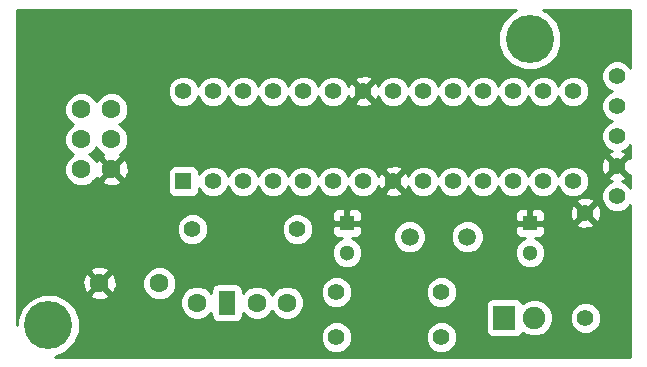
<source format=gbr>
G04 #@! TF.FileFunction,Copper,L2,Bot,Signal*
%FSLAX46Y46*%
G04 Gerber Fmt 4.6, Leading zero omitted, Abs format (unit mm)*
G04 Created by KiCad (PCBNEW 0.201509182046+6202~30~ubuntu15.04.1-product) date Mon 21 Sep 2015 15:06:14 BST*
%MOMM*%
G01*
G04 APERTURE LIST*
%ADD10C,0.100000*%
%ADD11C,1.501140*%
%ADD12R,1.300000X1.300000*%
%ADD13C,1.300000*%
%ADD14R,1.900000X2.000000*%
%ADD15C,1.900000*%
%ADD16C,1.397000*%
%ADD17R,1.397000X1.397000*%
%ADD18C,1.400000*%
%ADD19C,1.600000*%
%ADD20R,1.400000X2.000000*%
%ADD21C,4.064000*%
%ADD22C,0.254000*%
G04 APERTURE END LIST*
D10*
D11*
X164619940Y-80899000D03*
X159738060Y-80899000D03*
D12*
X154432000Y-79756000D03*
D13*
X154432000Y-82256000D03*
D12*
X169926000Y-79756000D03*
D13*
X169926000Y-82256000D03*
D14*
X167767000Y-87757000D03*
D15*
X170307000Y-87757000D03*
D16*
X143129000Y-76200000D03*
X145669000Y-76200000D03*
X148209000Y-76200000D03*
X150749000Y-76200000D03*
X153289000Y-76200000D03*
X155829000Y-76200000D03*
X158369000Y-76200000D03*
X160909000Y-76200000D03*
X163449000Y-76200000D03*
X165989000Y-76200000D03*
X168529000Y-76200000D03*
X171069000Y-76200000D03*
X173609000Y-76200000D03*
D17*
X140589000Y-76200000D03*
D16*
X173609000Y-68580000D03*
X171069000Y-68580000D03*
X168529000Y-68580000D03*
X165989000Y-68580000D03*
X163449000Y-68580000D03*
X160909000Y-68580000D03*
X158369000Y-68580000D03*
X155829000Y-68580000D03*
X153289000Y-68580000D03*
X150749000Y-68580000D03*
X148209000Y-68580000D03*
X145669000Y-68580000D03*
X143129000Y-68580000D03*
X140589000Y-68580000D03*
D18*
X141351000Y-80264000D03*
X150241000Y-80264000D03*
X153543000Y-85598000D03*
X162433000Y-85598000D03*
X153543000Y-89408000D03*
X162433000Y-89408000D03*
X174625000Y-78867000D03*
X174625000Y-87757000D03*
X177292000Y-72390000D03*
X177292000Y-74930000D03*
X177292000Y-77470000D03*
X177292000Y-69850000D03*
X177292000Y-67310000D03*
D19*
X134493000Y-70104000D03*
X134493000Y-72644000D03*
X131953000Y-72644000D03*
X131953000Y-70104000D03*
X134493000Y-75184000D03*
X131953000Y-75184000D03*
D20*
X144272000Y-86487000D03*
D19*
X141732000Y-86487000D03*
X146812000Y-86487000D03*
X149352000Y-86487000D03*
X138557000Y-84836000D03*
X133477000Y-84836000D03*
D21*
X169926000Y-64135000D03*
X129159000Y-88392000D03*
D22*
G36*
X168417239Y-61872709D02*
X167666345Y-62622293D01*
X167259464Y-63602173D01*
X167258538Y-64663172D01*
X167663709Y-65643761D01*
X168413293Y-66394655D01*
X169393173Y-66801536D01*
X170454172Y-66802462D01*
X171434761Y-66397291D01*
X172185655Y-65647707D01*
X172592536Y-64667827D01*
X172593462Y-63606828D01*
X172188291Y-62626239D01*
X171438707Y-61875345D01*
X171069410Y-61722000D01*
X178435000Y-61722000D01*
X178435000Y-66580381D01*
X178424418Y-66554771D01*
X178049204Y-66178902D01*
X177558713Y-65975232D01*
X177027617Y-65974769D01*
X176536771Y-66177582D01*
X176160902Y-66552796D01*
X175957232Y-67043287D01*
X175956769Y-67574383D01*
X176159582Y-68065229D01*
X176534796Y-68441098D01*
X176869527Y-68580091D01*
X176536771Y-68717582D01*
X176160902Y-69092796D01*
X175957232Y-69583287D01*
X175956769Y-70114383D01*
X176159582Y-70605229D01*
X176534796Y-70981098D01*
X176869527Y-71120091D01*
X176536771Y-71257582D01*
X176160902Y-71632796D01*
X175957232Y-72123287D01*
X175956769Y-72654383D01*
X176159582Y-73145229D01*
X176534796Y-73521098D01*
X176853212Y-73653316D01*
X176598169Y-73758958D01*
X176536331Y-73994725D01*
X177292000Y-74750395D01*
X178047669Y-73994725D01*
X177985831Y-73758958D01*
X177709889Y-73661804D01*
X178047229Y-73522418D01*
X178423098Y-73147204D01*
X178435000Y-73118541D01*
X178435000Y-74228814D01*
X178227275Y-74174331D01*
X177471605Y-74930000D01*
X178227275Y-75685669D01*
X178435000Y-75631186D01*
X178435000Y-76740381D01*
X178424418Y-76714771D01*
X178049204Y-76338902D01*
X177730788Y-76206684D01*
X177985831Y-76101042D01*
X178047669Y-75865275D01*
X177292000Y-75109605D01*
X176536331Y-75865275D01*
X176598169Y-76101042D01*
X176874111Y-76198196D01*
X176536771Y-76337582D01*
X176160902Y-76712796D01*
X175957232Y-77203287D01*
X175956769Y-77734383D01*
X176159582Y-78225229D01*
X176534796Y-78601098D01*
X177025287Y-78804768D01*
X177556383Y-78805231D01*
X178047229Y-78602418D01*
X178423098Y-78227204D01*
X178435000Y-78198541D01*
X178435000Y-91059000D01*
X129688290Y-91059000D01*
X130667761Y-90654291D01*
X131418655Y-89904707D01*
X131515124Y-89672383D01*
X152207769Y-89672383D01*
X152410582Y-90163229D01*
X152785796Y-90539098D01*
X153276287Y-90742768D01*
X153807383Y-90743231D01*
X154298229Y-90540418D01*
X154674098Y-90165204D01*
X154877768Y-89674713D01*
X154877770Y-89672383D01*
X161097769Y-89672383D01*
X161300582Y-90163229D01*
X161675796Y-90539098D01*
X162166287Y-90742768D01*
X162697383Y-90743231D01*
X163188229Y-90540418D01*
X163564098Y-90165204D01*
X163767768Y-89674713D01*
X163768231Y-89143617D01*
X163565418Y-88652771D01*
X163190204Y-88276902D01*
X162699713Y-88073232D01*
X162168617Y-88072769D01*
X161677771Y-88275582D01*
X161301902Y-88650796D01*
X161098232Y-89141287D01*
X161097769Y-89672383D01*
X154877770Y-89672383D01*
X154878231Y-89143617D01*
X154675418Y-88652771D01*
X154300204Y-88276902D01*
X153809713Y-88073232D01*
X153278617Y-88072769D01*
X152787771Y-88275582D01*
X152411902Y-88650796D01*
X152208232Y-89141287D01*
X152207769Y-89672383D01*
X131515124Y-89672383D01*
X131825536Y-88924827D01*
X131826462Y-87863828D01*
X131421291Y-86883239D01*
X131309435Y-86771187D01*
X140296752Y-86771187D01*
X140514757Y-87298800D01*
X140918077Y-87702824D01*
X141445309Y-87921750D01*
X142016187Y-87922248D01*
X142543800Y-87704243D01*
X142924560Y-87324146D01*
X142924560Y-87487000D01*
X142968838Y-87722317D01*
X143107910Y-87938441D01*
X143320110Y-88083431D01*
X143572000Y-88134440D01*
X144972000Y-88134440D01*
X145207317Y-88090162D01*
X145423441Y-87951090D01*
X145568431Y-87738890D01*
X145619440Y-87487000D01*
X145619440Y-87323526D01*
X145998077Y-87702824D01*
X146525309Y-87921750D01*
X147096187Y-87922248D01*
X147623800Y-87704243D01*
X148027824Y-87300923D01*
X148081862Y-87170785D01*
X148134757Y-87298800D01*
X148538077Y-87702824D01*
X149065309Y-87921750D01*
X149636187Y-87922248D01*
X150163800Y-87704243D01*
X150567824Y-87300923D01*
X150786750Y-86773691D01*
X150787248Y-86202813D01*
X150646586Y-85862383D01*
X152207769Y-85862383D01*
X152410582Y-86353229D01*
X152785796Y-86729098D01*
X153276287Y-86932768D01*
X153807383Y-86933231D01*
X154298229Y-86730418D01*
X154674098Y-86355204D01*
X154877768Y-85864713D01*
X154877770Y-85862383D01*
X161097769Y-85862383D01*
X161300582Y-86353229D01*
X161675796Y-86729098D01*
X162166287Y-86932768D01*
X162697383Y-86933231D01*
X163123895Y-86757000D01*
X166169560Y-86757000D01*
X166169560Y-88757000D01*
X166213838Y-88992317D01*
X166352910Y-89208441D01*
X166565110Y-89353431D01*
X166817000Y-89404440D01*
X168717000Y-89404440D01*
X168952317Y-89360162D01*
X169168441Y-89221090D01*
X169313431Y-89008890D01*
X169314055Y-89005808D01*
X169407997Y-89099914D01*
X169990341Y-89341724D01*
X170620893Y-89342275D01*
X171203657Y-89101481D01*
X171649914Y-88656003D01*
X171891724Y-88073659D01*
X171891769Y-88021383D01*
X173289769Y-88021383D01*
X173492582Y-88512229D01*
X173867796Y-88888098D01*
X174358287Y-89091768D01*
X174889383Y-89092231D01*
X175380229Y-88889418D01*
X175756098Y-88514204D01*
X175959768Y-88023713D01*
X175960231Y-87492617D01*
X175757418Y-87001771D01*
X175382204Y-86625902D01*
X174891713Y-86422232D01*
X174360617Y-86421769D01*
X173869771Y-86624582D01*
X173493902Y-86999796D01*
X173290232Y-87490287D01*
X173289769Y-88021383D01*
X171891769Y-88021383D01*
X171892275Y-87443107D01*
X171651481Y-86860343D01*
X171206003Y-86414086D01*
X170623659Y-86172276D01*
X169993107Y-86171725D01*
X169410343Y-86412519D01*
X169312663Y-86510029D01*
X169181090Y-86305559D01*
X168968890Y-86160569D01*
X168717000Y-86109560D01*
X166817000Y-86109560D01*
X166581683Y-86153838D01*
X166365559Y-86292910D01*
X166220569Y-86505110D01*
X166169560Y-86757000D01*
X163123895Y-86757000D01*
X163188229Y-86730418D01*
X163564098Y-86355204D01*
X163767768Y-85864713D01*
X163768231Y-85333617D01*
X163565418Y-84842771D01*
X163190204Y-84466902D01*
X162699713Y-84263232D01*
X162168617Y-84262769D01*
X161677771Y-84465582D01*
X161301902Y-84840796D01*
X161098232Y-85331287D01*
X161097769Y-85862383D01*
X154877770Y-85862383D01*
X154878231Y-85333617D01*
X154675418Y-84842771D01*
X154300204Y-84466902D01*
X153809713Y-84263232D01*
X153278617Y-84262769D01*
X152787771Y-84465582D01*
X152411902Y-84840796D01*
X152208232Y-85331287D01*
X152207769Y-85862383D01*
X150646586Y-85862383D01*
X150569243Y-85675200D01*
X150165923Y-85271176D01*
X149638691Y-85052250D01*
X149067813Y-85051752D01*
X148540200Y-85269757D01*
X148136176Y-85673077D01*
X148082138Y-85803215D01*
X148029243Y-85675200D01*
X147625923Y-85271176D01*
X147098691Y-85052250D01*
X146527813Y-85051752D01*
X146000200Y-85269757D01*
X145619440Y-85649854D01*
X145619440Y-85487000D01*
X145575162Y-85251683D01*
X145436090Y-85035559D01*
X145223890Y-84890569D01*
X144972000Y-84839560D01*
X143572000Y-84839560D01*
X143336683Y-84883838D01*
X143120559Y-85022910D01*
X142975569Y-85235110D01*
X142924560Y-85487000D01*
X142924560Y-85650474D01*
X142545923Y-85271176D01*
X142018691Y-85052250D01*
X141447813Y-85051752D01*
X140920200Y-85269757D01*
X140516176Y-85673077D01*
X140297250Y-86200309D01*
X140296752Y-86771187D01*
X131309435Y-86771187D01*
X130671707Y-86132345D01*
X129976680Y-85843745D01*
X132648861Y-85843745D01*
X132722995Y-86089864D01*
X133260223Y-86282965D01*
X133830454Y-86255778D01*
X134231005Y-86089864D01*
X134305139Y-85843745D01*
X133477000Y-85015605D01*
X132648861Y-85843745D01*
X129976680Y-85843745D01*
X129691827Y-85725464D01*
X128630828Y-85724538D01*
X127650239Y-86129709D01*
X126899345Y-86879293D01*
X126492464Y-87859173D01*
X126492000Y-88390818D01*
X126492000Y-84619223D01*
X132030035Y-84619223D01*
X132057222Y-85189454D01*
X132223136Y-85590005D01*
X132469255Y-85664139D01*
X133297395Y-84836000D01*
X133656605Y-84836000D01*
X134484745Y-85664139D01*
X134730864Y-85590005D01*
X134899735Y-85120187D01*
X137121752Y-85120187D01*
X137339757Y-85647800D01*
X137743077Y-86051824D01*
X138270309Y-86270750D01*
X138841187Y-86271248D01*
X139368800Y-86053243D01*
X139772824Y-85649923D01*
X139991750Y-85122691D01*
X139992248Y-84551813D01*
X139774243Y-84024200D01*
X139370923Y-83620176D01*
X138843691Y-83401250D01*
X138272813Y-83400752D01*
X137745200Y-83618757D01*
X137341176Y-84022077D01*
X137122250Y-84549309D01*
X137121752Y-85120187D01*
X134899735Y-85120187D01*
X134923965Y-85052777D01*
X134896778Y-84482546D01*
X134730864Y-84081995D01*
X134484745Y-84007861D01*
X133656605Y-84836000D01*
X133297395Y-84836000D01*
X132469255Y-84007861D01*
X132223136Y-84081995D01*
X132030035Y-84619223D01*
X126492000Y-84619223D01*
X126492000Y-83828255D01*
X132648861Y-83828255D01*
X133477000Y-84656395D01*
X134305139Y-83828255D01*
X134231005Y-83582136D01*
X133693777Y-83389035D01*
X133123546Y-83416222D01*
X132722995Y-83582136D01*
X132648861Y-83828255D01*
X126492000Y-83828255D01*
X126492000Y-82510481D01*
X153146777Y-82510481D01*
X153341995Y-82982943D01*
X153703155Y-83344735D01*
X154175276Y-83540777D01*
X154686481Y-83541223D01*
X155158943Y-83346005D01*
X155520735Y-82984845D01*
X155716777Y-82512724D01*
X155716778Y-82510481D01*
X168640777Y-82510481D01*
X168835995Y-82982943D01*
X169197155Y-83344735D01*
X169669276Y-83540777D01*
X170180481Y-83541223D01*
X170652943Y-83346005D01*
X171014735Y-82984845D01*
X171210777Y-82512724D01*
X171211223Y-82001519D01*
X171016005Y-81529057D01*
X170654845Y-81167265D01*
X170350765Y-81041000D01*
X170702310Y-81041000D01*
X170935699Y-80944327D01*
X171114327Y-80765698D01*
X171211000Y-80532309D01*
X171211000Y-80041750D01*
X171052250Y-79883000D01*
X170053000Y-79883000D01*
X170053000Y-79903000D01*
X169799000Y-79903000D01*
X169799000Y-79883000D01*
X168799750Y-79883000D01*
X168641000Y-80041750D01*
X168641000Y-80532309D01*
X168737673Y-80765698D01*
X168916301Y-80944327D01*
X169149690Y-81041000D01*
X169501567Y-81041000D01*
X169199057Y-81165995D01*
X168837265Y-81527155D01*
X168641223Y-81999276D01*
X168640777Y-82510481D01*
X155716778Y-82510481D01*
X155717223Y-82001519D01*
X155522005Y-81529057D01*
X155166968Y-81173398D01*
X158352250Y-81173398D01*
X158562746Y-81682837D01*
X158952173Y-82072944D01*
X159461244Y-82284329D01*
X160012458Y-82284810D01*
X160521897Y-82074314D01*
X160912004Y-81684887D01*
X161123389Y-81175816D01*
X161123391Y-81173398D01*
X163234130Y-81173398D01*
X163444626Y-81682837D01*
X163834053Y-82072944D01*
X164343124Y-82284329D01*
X164894338Y-82284810D01*
X165403777Y-82074314D01*
X165793884Y-81684887D01*
X166005269Y-81175816D01*
X166005750Y-80624602D01*
X165795254Y-80115163D01*
X165482912Y-79802275D01*
X173869331Y-79802275D01*
X173931169Y-80038042D01*
X174432122Y-80214419D01*
X174962440Y-80185664D01*
X175318831Y-80038042D01*
X175380669Y-79802275D01*
X174625000Y-79046605D01*
X173869331Y-79802275D01*
X165482912Y-79802275D01*
X165405827Y-79725056D01*
X164896756Y-79513671D01*
X164345542Y-79513190D01*
X163836103Y-79723686D01*
X163445996Y-80113113D01*
X163234611Y-80622184D01*
X163234130Y-81173398D01*
X161123391Y-81173398D01*
X161123870Y-80624602D01*
X160913374Y-80115163D01*
X160523947Y-79725056D01*
X160014876Y-79513671D01*
X159463662Y-79513190D01*
X158954223Y-79723686D01*
X158564116Y-80113113D01*
X158352731Y-80622184D01*
X158352250Y-81173398D01*
X155166968Y-81173398D01*
X155160845Y-81167265D01*
X154856765Y-81041000D01*
X155208310Y-81041000D01*
X155441699Y-80944327D01*
X155620327Y-80765698D01*
X155717000Y-80532309D01*
X155717000Y-80041750D01*
X155558250Y-79883000D01*
X154559000Y-79883000D01*
X154559000Y-79903000D01*
X154305000Y-79903000D01*
X154305000Y-79883000D01*
X153305750Y-79883000D01*
X153147000Y-80041750D01*
X153147000Y-80532309D01*
X153243673Y-80765698D01*
X153422301Y-80944327D01*
X153655690Y-81041000D01*
X154007567Y-81041000D01*
X153705057Y-81165995D01*
X153343265Y-81527155D01*
X153147223Y-81999276D01*
X153146777Y-82510481D01*
X126492000Y-82510481D01*
X126492000Y-80528383D01*
X140015769Y-80528383D01*
X140218582Y-81019229D01*
X140593796Y-81395098D01*
X141084287Y-81598768D01*
X141615383Y-81599231D01*
X142106229Y-81396418D01*
X142482098Y-81021204D01*
X142685768Y-80530713D01*
X142685770Y-80528383D01*
X148905769Y-80528383D01*
X149108582Y-81019229D01*
X149483796Y-81395098D01*
X149974287Y-81598768D01*
X150505383Y-81599231D01*
X150996229Y-81396418D01*
X151372098Y-81021204D01*
X151575768Y-80530713D01*
X151576231Y-79999617D01*
X151373418Y-79508771D01*
X150998204Y-79132902D01*
X150629232Y-78979691D01*
X153147000Y-78979691D01*
X153147000Y-79470250D01*
X153305750Y-79629000D01*
X154305000Y-79629000D01*
X154305000Y-78629750D01*
X154559000Y-78629750D01*
X154559000Y-79629000D01*
X155558250Y-79629000D01*
X155717000Y-79470250D01*
X155717000Y-78979691D01*
X168641000Y-78979691D01*
X168641000Y-79470250D01*
X168799750Y-79629000D01*
X169799000Y-79629000D01*
X169799000Y-78629750D01*
X170053000Y-78629750D01*
X170053000Y-79629000D01*
X171052250Y-79629000D01*
X171211000Y-79470250D01*
X171211000Y-78979691D01*
X171114327Y-78746302D01*
X171042148Y-78674122D01*
X173277581Y-78674122D01*
X173306336Y-79204440D01*
X173453958Y-79560831D01*
X173689725Y-79622669D01*
X174445395Y-78867000D01*
X174804605Y-78867000D01*
X175560275Y-79622669D01*
X175796042Y-79560831D01*
X175972419Y-79059878D01*
X175943664Y-78529560D01*
X175796042Y-78173169D01*
X175560275Y-78111331D01*
X174804605Y-78867000D01*
X174445395Y-78867000D01*
X173689725Y-78111331D01*
X173453958Y-78173169D01*
X173277581Y-78674122D01*
X171042148Y-78674122D01*
X170935699Y-78567673D01*
X170702310Y-78471000D01*
X170211750Y-78471000D01*
X170053000Y-78629750D01*
X169799000Y-78629750D01*
X169640250Y-78471000D01*
X169149690Y-78471000D01*
X168916301Y-78567673D01*
X168737673Y-78746302D01*
X168641000Y-78979691D01*
X155717000Y-78979691D01*
X155620327Y-78746302D01*
X155441699Y-78567673D01*
X155208310Y-78471000D01*
X154717750Y-78471000D01*
X154559000Y-78629750D01*
X154305000Y-78629750D01*
X154146250Y-78471000D01*
X153655690Y-78471000D01*
X153422301Y-78567673D01*
X153243673Y-78746302D01*
X153147000Y-78979691D01*
X150629232Y-78979691D01*
X150507713Y-78929232D01*
X149976617Y-78928769D01*
X149485771Y-79131582D01*
X149109902Y-79506796D01*
X148906232Y-79997287D01*
X148905769Y-80528383D01*
X142685770Y-80528383D01*
X142686231Y-79999617D01*
X142483418Y-79508771D01*
X142108204Y-79132902D01*
X141617713Y-78929232D01*
X141086617Y-78928769D01*
X140595771Y-79131582D01*
X140219902Y-79506796D01*
X140016232Y-79997287D01*
X140015769Y-80528383D01*
X126492000Y-80528383D01*
X126492000Y-77931725D01*
X173869331Y-77931725D01*
X174625000Y-78687395D01*
X175380669Y-77931725D01*
X175318831Y-77695958D01*
X174817878Y-77519581D01*
X174287560Y-77548336D01*
X173931169Y-77695958D01*
X173869331Y-77931725D01*
X126492000Y-77931725D01*
X126492000Y-70388187D01*
X130517752Y-70388187D01*
X130735757Y-70915800D01*
X131139077Y-71319824D01*
X131269215Y-71373862D01*
X131141200Y-71426757D01*
X130737176Y-71830077D01*
X130518250Y-72357309D01*
X130517752Y-72928187D01*
X130735757Y-73455800D01*
X131139077Y-73859824D01*
X131269215Y-73913862D01*
X131141200Y-73966757D01*
X130737176Y-74370077D01*
X130518250Y-74897309D01*
X130517752Y-75468187D01*
X130735757Y-75995800D01*
X131139077Y-76399824D01*
X131666309Y-76618750D01*
X132237187Y-76619248D01*
X132764800Y-76401243D01*
X132974663Y-76191745D01*
X133664861Y-76191745D01*
X133738995Y-76437864D01*
X134276223Y-76630965D01*
X134846454Y-76603778D01*
X135247005Y-76437864D01*
X135321139Y-76191745D01*
X134493000Y-75363605D01*
X133664861Y-76191745D01*
X132974663Y-76191745D01*
X133168824Y-75997923D01*
X133216448Y-75883232D01*
X133239136Y-75938005D01*
X133485255Y-76012139D01*
X134313395Y-75184000D01*
X134672605Y-75184000D01*
X135500745Y-76012139D01*
X135746864Y-75938005D01*
X135903761Y-75501500D01*
X139243060Y-75501500D01*
X139243060Y-76898500D01*
X139287338Y-77133817D01*
X139426410Y-77349941D01*
X139638610Y-77494931D01*
X139890500Y-77545940D01*
X141287500Y-77545940D01*
X141522817Y-77501662D01*
X141738941Y-77362590D01*
X141883931Y-77150390D01*
X141934940Y-76898500D01*
X141934940Y-76802116D01*
X141997854Y-76954380D01*
X142372647Y-77329827D01*
X142862587Y-77533268D01*
X143393086Y-77533731D01*
X143883380Y-77331146D01*
X144258827Y-76956353D01*
X144399094Y-76618554D01*
X144537854Y-76954380D01*
X144912647Y-77329827D01*
X145402587Y-77533268D01*
X145933086Y-77533731D01*
X146423380Y-77331146D01*
X146798827Y-76956353D01*
X146939094Y-76618554D01*
X147077854Y-76954380D01*
X147452647Y-77329827D01*
X147942587Y-77533268D01*
X148473086Y-77533731D01*
X148963380Y-77331146D01*
X149338827Y-76956353D01*
X149479094Y-76618554D01*
X149617854Y-76954380D01*
X149992647Y-77329827D01*
X150482587Y-77533268D01*
X151013086Y-77533731D01*
X151503380Y-77331146D01*
X151878827Y-76956353D01*
X152019094Y-76618554D01*
X152157854Y-76954380D01*
X152532647Y-77329827D01*
X153022587Y-77533268D01*
X153553086Y-77533731D01*
X154043380Y-77331146D01*
X154418827Y-76956353D01*
X154559094Y-76618554D01*
X154697854Y-76954380D01*
X155072647Y-77329827D01*
X155562587Y-77533268D01*
X156093086Y-77533731D01*
X156583380Y-77331146D01*
X156780681Y-77134188D01*
X157614417Y-77134188D01*
X157676071Y-77369800D01*
X158176480Y-77545927D01*
X158706199Y-77517148D01*
X159061929Y-77369800D01*
X159123583Y-77134188D01*
X158369000Y-76379605D01*
X157614417Y-77134188D01*
X156780681Y-77134188D01*
X156958827Y-76956353D01*
X157092314Y-76634882D01*
X157199200Y-76892929D01*
X157434812Y-76954583D01*
X158189395Y-76200000D01*
X158548605Y-76200000D01*
X159303188Y-76954583D01*
X159538800Y-76892929D01*
X159637083Y-76613688D01*
X159777854Y-76954380D01*
X160152647Y-77329827D01*
X160642587Y-77533268D01*
X161173086Y-77533731D01*
X161663380Y-77331146D01*
X162038827Y-76956353D01*
X162179094Y-76618554D01*
X162317854Y-76954380D01*
X162692647Y-77329827D01*
X163182587Y-77533268D01*
X163713086Y-77533731D01*
X164203380Y-77331146D01*
X164578827Y-76956353D01*
X164719094Y-76618554D01*
X164857854Y-76954380D01*
X165232647Y-77329827D01*
X165722587Y-77533268D01*
X166253086Y-77533731D01*
X166743380Y-77331146D01*
X167118827Y-76956353D01*
X167259094Y-76618554D01*
X167397854Y-76954380D01*
X167772647Y-77329827D01*
X168262587Y-77533268D01*
X168793086Y-77533731D01*
X169283380Y-77331146D01*
X169658827Y-76956353D01*
X169799094Y-76618554D01*
X169937854Y-76954380D01*
X170312647Y-77329827D01*
X170802587Y-77533268D01*
X171333086Y-77533731D01*
X171823380Y-77331146D01*
X172198827Y-76956353D01*
X172339094Y-76618554D01*
X172477854Y-76954380D01*
X172852647Y-77329827D01*
X173342587Y-77533268D01*
X173873086Y-77533731D01*
X174363380Y-77331146D01*
X174738827Y-76956353D01*
X174942268Y-76466413D01*
X174942731Y-75935914D01*
X174740146Y-75445620D01*
X174365353Y-75070173D01*
X173875413Y-74866732D01*
X173344914Y-74866269D01*
X172854620Y-75068854D01*
X172479173Y-75443647D01*
X172338906Y-75781446D01*
X172200146Y-75445620D01*
X171825353Y-75070173D01*
X171335413Y-74866732D01*
X170804914Y-74866269D01*
X170314620Y-75068854D01*
X169939173Y-75443647D01*
X169798906Y-75781446D01*
X169660146Y-75445620D01*
X169285353Y-75070173D01*
X168795413Y-74866732D01*
X168264914Y-74866269D01*
X167774620Y-75068854D01*
X167399173Y-75443647D01*
X167258906Y-75781446D01*
X167120146Y-75445620D01*
X166745353Y-75070173D01*
X166255413Y-74866732D01*
X165724914Y-74866269D01*
X165234620Y-75068854D01*
X164859173Y-75443647D01*
X164718906Y-75781446D01*
X164580146Y-75445620D01*
X164205353Y-75070173D01*
X163715413Y-74866732D01*
X163184914Y-74866269D01*
X162694620Y-75068854D01*
X162319173Y-75443647D01*
X162178906Y-75781446D01*
X162040146Y-75445620D01*
X161665353Y-75070173D01*
X161175413Y-74866732D01*
X160644914Y-74866269D01*
X160154620Y-75068854D01*
X159779173Y-75443647D01*
X159645686Y-75765118D01*
X159538800Y-75507071D01*
X159303188Y-75445417D01*
X158548605Y-76200000D01*
X158189395Y-76200000D01*
X157434812Y-75445417D01*
X157199200Y-75507071D01*
X157100917Y-75786312D01*
X156960146Y-75445620D01*
X156780652Y-75265812D01*
X157614417Y-75265812D01*
X158369000Y-76020395D01*
X159123583Y-75265812D01*
X159061929Y-75030200D01*
X158561520Y-74854073D01*
X158031801Y-74882852D01*
X157676071Y-75030200D01*
X157614417Y-75265812D01*
X156780652Y-75265812D01*
X156585353Y-75070173D01*
X156095413Y-74866732D01*
X155564914Y-74866269D01*
X155074620Y-75068854D01*
X154699173Y-75443647D01*
X154558906Y-75781446D01*
X154420146Y-75445620D01*
X154045353Y-75070173D01*
X153555413Y-74866732D01*
X153024914Y-74866269D01*
X152534620Y-75068854D01*
X152159173Y-75443647D01*
X152018906Y-75781446D01*
X151880146Y-75445620D01*
X151505353Y-75070173D01*
X151015413Y-74866732D01*
X150484914Y-74866269D01*
X149994620Y-75068854D01*
X149619173Y-75443647D01*
X149478906Y-75781446D01*
X149340146Y-75445620D01*
X148965353Y-75070173D01*
X148475413Y-74866732D01*
X147944914Y-74866269D01*
X147454620Y-75068854D01*
X147079173Y-75443647D01*
X146938906Y-75781446D01*
X146800146Y-75445620D01*
X146425353Y-75070173D01*
X145935413Y-74866732D01*
X145404914Y-74866269D01*
X144914620Y-75068854D01*
X144539173Y-75443647D01*
X144398906Y-75781446D01*
X144260146Y-75445620D01*
X143885353Y-75070173D01*
X143395413Y-74866732D01*
X142864914Y-74866269D01*
X142374620Y-75068854D01*
X141999173Y-75443647D01*
X141934940Y-75598337D01*
X141934940Y-75501500D01*
X141890662Y-75266183D01*
X141751590Y-75050059D01*
X141539390Y-74905069D01*
X141287500Y-74854060D01*
X139890500Y-74854060D01*
X139655183Y-74898338D01*
X139439059Y-75037410D01*
X139294069Y-75249610D01*
X139243060Y-75501500D01*
X135903761Y-75501500D01*
X135939965Y-75400777D01*
X135912778Y-74830546D01*
X135874081Y-74737122D01*
X175944581Y-74737122D01*
X175973336Y-75267440D01*
X176120958Y-75623831D01*
X176356725Y-75685669D01*
X177112395Y-74930000D01*
X176356725Y-74174331D01*
X176120958Y-74236169D01*
X175944581Y-74737122D01*
X135874081Y-74737122D01*
X135746864Y-74429995D01*
X135500745Y-74355861D01*
X134672605Y-75184000D01*
X134313395Y-75184000D01*
X133485255Y-74355861D01*
X133239136Y-74429995D01*
X133218195Y-74488254D01*
X133170243Y-74372200D01*
X132766923Y-73968176D01*
X132636785Y-73914138D01*
X132764800Y-73861243D01*
X133168824Y-73457923D01*
X133222862Y-73327785D01*
X133275757Y-73455800D01*
X133679077Y-73859824D01*
X133793768Y-73907448D01*
X133738995Y-73930136D01*
X133664861Y-74176255D01*
X134493000Y-75004395D01*
X135321139Y-74176255D01*
X135247005Y-73930136D01*
X135188746Y-73909195D01*
X135304800Y-73861243D01*
X135708824Y-73457923D01*
X135927750Y-72930691D01*
X135928248Y-72359813D01*
X135710243Y-71832200D01*
X135306923Y-71428176D01*
X135176785Y-71374138D01*
X135304800Y-71321243D01*
X135708824Y-70917923D01*
X135927750Y-70390691D01*
X135928248Y-69819813D01*
X135710243Y-69292200D01*
X135306923Y-68888176D01*
X135200743Y-68844086D01*
X139255269Y-68844086D01*
X139457854Y-69334380D01*
X139832647Y-69709827D01*
X140322587Y-69913268D01*
X140853086Y-69913731D01*
X141343380Y-69711146D01*
X141718827Y-69336353D01*
X141859094Y-68998554D01*
X141997854Y-69334380D01*
X142372647Y-69709827D01*
X142862587Y-69913268D01*
X143393086Y-69913731D01*
X143883380Y-69711146D01*
X144258827Y-69336353D01*
X144399094Y-68998554D01*
X144537854Y-69334380D01*
X144912647Y-69709827D01*
X145402587Y-69913268D01*
X145933086Y-69913731D01*
X146423380Y-69711146D01*
X146798827Y-69336353D01*
X146939094Y-68998554D01*
X147077854Y-69334380D01*
X147452647Y-69709827D01*
X147942587Y-69913268D01*
X148473086Y-69913731D01*
X148963380Y-69711146D01*
X149338827Y-69336353D01*
X149479094Y-68998554D01*
X149617854Y-69334380D01*
X149992647Y-69709827D01*
X150482587Y-69913268D01*
X151013086Y-69913731D01*
X151503380Y-69711146D01*
X151878827Y-69336353D01*
X152019094Y-68998554D01*
X152157854Y-69334380D01*
X152532647Y-69709827D01*
X153022587Y-69913268D01*
X153553086Y-69913731D01*
X154043380Y-69711146D01*
X154240681Y-69514188D01*
X155074417Y-69514188D01*
X155136071Y-69749800D01*
X155636480Y-69925927D01*
X156166199Y-69897148D01*
X156521929Y-69749800D01*
X156583583Y-69514188D01*
X155829000Y-68759605D01*
X155074417Y-69514188D01*
X154240681Y-69514188D01*
X154418827Y-69336353D01*
X154552314Y-69014882D01*
X154659200Y-69272929D01*
X154894812Y-69334583D01*
X155649395Y-68580000D01*
X156008605Y-68580000D01*
X156763188Y-69334583D01*
X156998800Y-69272929D01*
X157097083Y-68993688D01*
X157237854Y-69334380D01*
X157612647Y-69709827D01*
X158102587Y-69913268D01*
X158633086Y-69913731D01*
X159123380Y-69711146D01*
X159498827Y-69336353D01*
X159639094Y-68998554D01*
X159777854Y-69334380D01*
X160152647Y-69709827D01*
X160642587Y-69913268D01*
X161173086Y-69913731D01*
X161663380Y-69711146D01*
X162038827Y-69336353D01*
X162179094Y-68998554D01*
X162317854Y-69334380D01*
X162692647Y-69709827D01*
X163182587Y-69913268D01*
X163713086Y-69913731D01*
X164203380Y-69711146D01*
X164578827Y-69336353D01*
X164719094Y-68998554D01*
X164857854Y-69334380D01*
X165232647Y-69709827D01*
X165722587Y-69913268D01*
X166253086Y-69913731D01*
X166743380Y-69711146D01*
X167118827Y-69336353D01*
X167259094Y-68998554D01*
X167397854Y-69334380D01*
X167772647Y-69709827D01*
X168262587Y-69913268D01*
X168793086Y-69913731D01*
X169283380Y-69711146D01*
X169658827Y-69336353D01*
X169799094Y-68998554D01*
X169937854Y-69334380D01*
X170312647Y-69709827D01*
X170802587Y-69913268D01*
X171333086Y-69913731D01*
X171823380Y-69711146D01*
X172198827Y-69336353D01*
X172339094Y-68998554D01*
X172477854Y-69334380D01*
X172852647Y-69709827D01*
X173342587Y-69913268D01*
X173873086Y-69913731D01*
X174363380Y-69711146D01*
X174738827Y-69336353D01*
X174942268Y-68846413D01*
X174942731Y-68315914D01*
X174740146Y-67825620D01*
X174365353Y-67450173D01*
X173875413Y-67246732D01*
X173344914Y-67246269D01*
X172854620Y-67448854D01*
X172479173Y-67823647D01*
X172338906Y-68161446D01*
X172200146Y-67825620D01*
X171825353Y-67450173D01*
X171335413Y-67246732D01*
X170804914Y-67246269D01*
X170314620Y-67448854D01*
X169939173Y-67823647D01*
X169798906Y-68161446D01*
X169660146Y-67825620D01*
X169285353Y-67450173D01*
X168795413Y-67246732D01*
X168264914Y-67246269D01*
X167774620Y-67448854D01*
X167399173Y-67823647D01*
X167258906Y-68161446D01*
X167120146Y-67825620D01*
X166745353Y-67450173D01*
X166255413Y-67246732D01*
X165724914Y-67246269D01*
X165234620Y-67448854D01*
X164859173Y-67823647D01*
X164718906Y-68161446D01*
X164580146Y-67825620D01*
X164205353Y-67450173D01*
X163715413Y-67246732D01*
X163184914Y-67246269D01*
X162694620Y-67448854D01*
X162319173Y-67823647D01*
X162178906Y-68161446D01*
X162040146Y-67825620D01*
X161665353Y-67450173D01*
X161175413Y-67246732D01*
X160644914Y-67246269D01*
X160154620Y-67448854D01*
X159779173Y-67823647D01*
X159638906Y-68161446D01*
X159500146Y-67825620D01*
X159125353Y-67450173D01*
X158635413Y-67246732D01*
X158104914Y-67246269D01*
X157614620Y-67448854D01*
X157239173Y-67823647D01*
X157105686Y-68145118D01*
X156998800Y-67887071D01*
X156763188Y-67825417D01*
X156008605Y-68580000D01*
X155649395Y-68580000D01*
X154894812Y-67825417D01*
X154659200Y-67887071D01*
X154560917Y-68166312D01*
X154420146Y-67825620D01*
X154240652Y-67645812D01*
X155074417Y-67645812D01*
X155829000Y-68400395D01*
X156583583Y-67645812D01*
X156521929Y-67410200D01*
X156021520Y-67234073D01*
X155491801Y-67262852D01*
X155136071Y-67410200D01*
X155074417Y-67645812D01*
X154240652Y-67645812D01*
X154045353Y-67450173D01*
X153555413Y-67246732D01*
X153024914Y-67246269D01*
X152534620Y-67448854D01*
X152159173Y-67823647D01*
X152018906Y-68161446D01*
X151880146Y-67825620D01*
X151505353Y-67450173D01*
X151015413Y-67246732D01*
X150484914Y-67246269D01*
X149994620Y-67448854D01*
X149619173Y-67823647D01*
X149478906Y-68161446D01*
X149340146Y-67825620D01*
X148965353Y-67450173D01*
X148475413Y-67246732D01*
X147944914Y-67246269D01*
X147454620Y-67448854D01*
X147079173Y-67823647D01*
X146938906Y-68161446D01*
X146800146Y-67825620D01*
X146425353Y-67450173D01*
X145935413Y-67246732D01*
X145404914Y-67246269D01*
X144914620Y-67448854D01*
X144539173Y-67823647D01*
X144398906Y-68161446D01*
X144260146Y-67825620D01*
X143885353Y-67450173D01*
X143395413Y-67246732D01*
X142864914Y-67246269D01*
X142374620Y-67448854D01*
X141999173Y-67823647D01*
X141858906Y-68161446D01*
X141720146Y-67825620D01*
X141345353Y-67450173D01*
X140855413Y-67246732D01*
X140324914Y-67246269D01*
X139834620Y-67448854D01*
X139459173Y-67823647D01*
X139255732Y-68313587D01*
X139255269Y-68844086D01*
X135200743Y-68844086D01*
X134779691Y-68669250D01*
X134208813Y-68668752D01*
X133681200Y-68886757D01*
X133277176Y-69290077D01*
X133223138Y-69420215D01*
X133170243Y-69292200D01*
X132766923Y-68888176D01*
X132239691Y-68669250D01*
X131668813Y-68668752D01*
X131141200Y-68886757D01*
X130737176Y-69290077D01*
X130518250Y-69817309D01*
X130517752Y-70388187D01*
X126492000Y-70388187D01*
X126492000Y-61722000D01*
X168781982Y-61722000D01*
X168417239Y-61872709D01*
X168417239Y-61872709D01*
G37*
X168417239Y-61872709D02*
X167666345Y-62622293D01*
X167259464Y-63602173D01*
X167258538Y-64663172D01*
X167663709Y-65643761D01*
X168413293Y-66394655D01*
X169393173Y-66801536D01*
X170454172Y-66802462D01*
X171434761Y-66397291D01*
X172185655Y-65647707D01*
X172592536Y-64667827D01*
X172593462Y-63606828D01*
X172188291Y-62626239D01*
X171438707Y-61875345D01*
X171069410Y-61722000D01*
X178435000Y-61722000D01*
X178435000Y-66580381D01*
X178424418Y-66554771D01*
X178049204Y-66178902D01*
X177558713Y-65975232D01*
X177027617Y-65974769D01*
X176536771Y-66177582D01*
X176160902Y-66552796D01*
X175957232Y-67043287D01*
X175956769Y-67574383D01*
X176159582Y-68065229D01*
X176534796Y-68441098D01*
X176869527Y-68580091D01*
X176536771Y-68717582D01*
X176160902Y-69092796D01*
X175957232Y-69583287D01*
X175956769Y-70114383D01*
X176159582Y-70605229D01*
X176534796Y-70981098D01*
X176869527Y-71120091D01*
X176536771Y-71257582D01*
X176160902Y-71632796D01*
X175957232Y-72123287D01*
X175956769Y-72654383D01*
X176159582Y-73145229D01*
X176534796Y-73521098D01*
X176853212Y-73653316D01*
X176598169Y-73758958D01*
X176536331Y-73994725D01*
X177292000Y-74750395D01*
X178047669Y-73994725D01*
X177985831Y-73758958D01*
X177709889Y-73661804D01*
X178047229Y-73522418D01*
X178423098Y-73147204D01*
X178435000Y-73118541D01*
X178435000Y-74228814D01*
X178227275Y-74174331D01*
X177471605Y-74930000D01*
X178227275Y-75685669D01*
X178435000Y-75631186D01*
X178435000Y-76740381D01*
X178424418Y-76714771D01*
X178049204Y-76338902D01*
X177730788Y-76206684D01*
X177985831Y-76101042D01*
X178047669Y-75865275D01*
X177292000Y-75109605D01*
X176536331Y-75865275D01*
X176598169Y-76101042D01*
X176874111Y-76198196D01*
X176536771Y-76337582D01*
X176160902Y-76712796D01*
X175957232Y-77203287D01*
X175956769Y-77734383D01*
X176159582Y-78225229D01*
X176534796Y-78601098D01*
X177025287Y-78804768D01*
X177556383Y-78805231D01*
X178047229Y-78602418D01*
X178423098Y-78227204D01*
X178435000Y-78198541D01*
X178435000Y-91059000D01*
X129688290Y-91059000D01*
X130667761Y-90654291D01*
X131418655Y-89904707D01*
X131515124Y-89672383D01*
X152207769Y-89672383D01*
X152410582Y-90163229D01*
X152785796Y-90539098D01*
X153276287Y-90742768D01*
X153807383Y-90743231D01*
X154298229Y-90540418D01*
X154674098Y-90165204D01*
X154877768Y-89674713D01*
X154877770Y-89672383D01*
X161097769Y-89672383D01*
X161300582Y-90163229D01*
X161675796Y-90539098D01*
X162166287Y-90742768D01*
X162697383Y-90743231D01*
X163188229Y-90540418D01*
X163564098Y-90165204D01*
X163767768Y-89674713D01*
X163768231Y-89143617D01*
X163565418Y-88652771D01*
X163190204Y-88276902D01*
X162699713Y-88073232D01*
X162168617Y-88072769D01*
X161677771Y-88275582D01*
X161301902Y-88650796D01*
X161098232Y-89141287D01*
X161097769Y-89672383D01*
X154877770Y-89672383D01*
X154878231Y-89143617D01*
X154675418Y-88652771D01*
X154300204Y-88276902D01*
X153809713Y-88073232D01*
X153278617Y-88072769D01*
X152787771Y-88275582D01*
X152411902Y-88650796D01*
X152208232Y-89141287D01*
X152207769Y-89672383D01*
X131515124Y-89672383D01*
X131825536Y-88924827D01*
X131826462Y-87863828D01*
X131421291Y-86883239D01*
X131309435Y-86771187D01*
X140296752Y-86771187D01*
X140514757Y-87298800D01*
X140918077Y-87702824D01*
X141445309Y-87921750D01*
X142016187Y-87922248D01*
X142543800Y-87704243D01*
X142924560Y-87324146D01*
X142924560Y-87487000D01*
X142968838Y-87722317D01*
X143107910Y-87938441D01*
X143320110Y-88083431D01*
X143572000Y-88134440D01*
X144972000Y-88134440D01*
X145207317Y-88090162D01*
X145423441Y-87951090D01*
X145568431Y-87738890D01*
X145619440Y-87487000D01*
X145619440Y-87323526D01*
X145998077Y-87702824D01*
X146525309Y-87921750D01*
X147096187Y-87922248D01*
X147623800Y-87704243D01*
X148027824Y-87300923D01*
X148081862Y-87170785D01*
X148134757Y-87298800D01*
X148538077Y-87702824D01*
X149065309Y-87921750D01*
X149636187Y-87922248D01*
X150163800Y-87704243D01*
X150567824Y-87300923D01*
X150786750Y-86773691D01*
X150787248Y-86202813D01*
X150646586Y-85862383D01*
X152207769Y-85862383D01*
X152410582Y-86353229D01*
X152785796Y-86729098D01*
X153276287Y-86932768D01*
X153807383Y-86933231D01*
X154298229Y-86730418D01*
X154674098Y-86355204D01*
X154877768Y-85864713D01*
X154877770Y-85862383D01*
X161097769Y-85862383D01*
X161300582Y-86353229D01*
X161675796Y-86729098D01*
X162166287Y-86932768D01*
X162697383Y-86933231D01*
X163123895Y-86757000D01*
X166169560Y-86757000D01*
X166169560Y-88757000D01*
X166213838Y-88992317D01*
X166352910Y-89208441D01*
X166565110Y-89353431D01*
X166817000Y-89404440D01*
X168717000Y-89404440D01*
X168952317Y-89360162D01*
X169168441Y-89221090D01*
X169313431Y-89008890D01*
X169314055Y-89005808D01*
X169407997Y-89099914D01*
X169990341Y-89341724D01*
X170620893Y-89342275D01*
X171203657Y-89101481D01*
X171649914Y-88656003D01*
X171891724Y-88073659D01*
X171891769Y-88021383D01*
X173289769Y-88021383D01*
X173492582Y-88512229D01*
X173867796Y-88888098D01*
X174358287Y-89091768D01*
X174889383Y-89092231D01*
X175380229Y-88889418D01*
X175756098Y-88514204D01*
X175959768Y-88023713D01*
X175960231Y-87492617D01*
X175757418Y-87001771D01*
X175382204Y-86625902D01*
X174891713Y-86422232D01*
X174360617Y-86421769D01*
X173869771Y-86624582D01*
X173493902Y-86999796D01*
X173290232Y-87490287D01*
X173289769Y-88021383D01*
X171891769Y-88021383D01*
X171892275Y-87443107D01*
X171651481Y-86860343D01*
X171206003Y-86414086D01*
X170623659Y-86172276D01*
X169993107Y-86171725D01*
X169410343Y-86412519D01*
X169312663Y-86510029D01*
X169181090Y-86305559D01*
X168968890Y-86160569D01*
X168717000Y-86109560D01*
X166817000Y-86109560D01*
X166581683Y-86153838D01*
X166365559Y-86292910D01*
X166220569Y-86505110D01*
X166169560Y-86757000D01*
X163123895Y-86757000D01*
X163188229Y-86730418D01*
X163564098Y-86355204D01*
X163767768Y-85864713D01*
X163768231Y-85333617D01*
X163565418Y-84842771D01*
X163190204Y-84466902D01*
X162699713Y-84263232D01*
X162168617Y-84262769D01*
X161677771Y-84465582D01*
X161301902Y-84840796D01*
X161098232Y-85331287D01*
X161097769Y-85862383D01*
X154877770Y-85862383D01*
X154878231Y-85333617D01*
X154675418Y-84842771D01*
X154300204Y-84466902D01*
X153809713Y-84263232D01*
X153278617Y-84262769D01*
X152787771Y-84465582D01*
X152411902Y-84840796D01*
X152208232Y-85331287D01*
X152207769Y-85862383D01*
X150646586Y-85862383D01*
X150569243Y-85675200D01*
X150165923Y-85271176D01*
X149638691Y-85052250D01*
X149067813Y-85051752D01*
X148540200Y-85269757D01*
X148136176Y-85673077D01*
X148082138Y-85803215D01*
X148029243Y-85675200D01*
X147625923Y-85271176D01*
X147098691Y-85052250D01*
X146527813Y-85051752D01*
X146000200Y-85269757D01*
X145619440Y-85649854D01*
X145619440Y-85487000D01*
X145575162Y-85251683D01*
X145436090Y-85035559D01*
X145223890Y-84890569D01*
X144972000Y-84839560D01*
X143572000Y-84839560D01*
X143336683Y-84883838D01*
X143120559Y-85022910D01*
X142975569Y-85235110D01*
X142924560Y-85487000D01*
X142924560Y-85650474D01*
X142545923Y-85271176D01*
X142018691Y-85052250D01*
X141447813Y-85051752D01*
X140920200Y-85269757D01*
X140516176Y-85673077D01*
X140297250Y-86200309D01*
X140296752Y-86771187D01*
X131309435Y-86771187D01*
X130671707Y-86132345D01*
X129976680Y-85843745D01*
X132648861Y-85843745D01*
X132722995Y-86089864D01*
X133260223Y-86282965D01*
X133830454Y-86255778D01*
X134231005Y-86089864D01*
X134305139Y-85843745D01*
X133477000Y-85015605D01*
X132648861Y-85843745D01*
X129976680Y-85843745D01*
X129691827Y-85725464D01*
X128630828Y-85724538D01*
X127650239Y-86129709D01*
X126899345Y-86879293D01*
X126492464Y-87859173D01*
X126492000Y-88390818D01*
X126492000Y-84619223D01*
X132030035Y-84619223D01*
X132057222Y-85189454D01*
X132223136Y-85590005D01*
X132469255Y-85664139D01*
X133297395Y-84836000D01*
X133656605Y-84836000D01*
X134484745Y-85664139D01*
X134730864Y-85590005D01*
X134899735Y-85120187D01*
X137121752Y-85120187D01*
X137339757Y-85647800D01*
X137743077Y-86051824D01*
X138270309Y-86270750D01*
X138841187Y-86271248D01*
X139368800Y-86053243D01*
X139772824Y-85649923D01*
X139991750Y-85122691D01*
X139992248Y-84551813D01*
X139774243Y-84024200D01*
X139370923Y-83620176D01*
X138843691Y-83401250D01*
X138272813Y-83400752D01*
X137745200Y-83618757D01*
X137341176Y-84022077D01*
X137122250Y-84549309D01*
X137121752Y-85120187D01*
X134899735Y-85120187D01*
X134923965Y-85052777D01*
X134896778Y-84482546D01*
X134730864Y-84081995D01*
X134484745Y-84007861D01*
X133656605Y-84836000D01*
X133297395Y-84836000D01*
X132469255Y-84007861D01*
X132223136Y-84081995D01*
X132030035Y-84619223D01*
X126492000Y-84619223D01*
X126492000Y-83828255D01*
X132648861Y-83828255D01*
X133477000Y-84656395D01*
X134305139Y-83828255D01*
X134231005Y-83582136D01*
X133693777Y-83389035D01*
X133123546Y-83416222D01*
X132722995Y-83582136D01*
X132648861Y-83828255D01*
X126492000Y-83828255D01*
X126492000Y-82510481D01*
X153146777Y-82510481D01*
X153341995Y-82982943D01*
X153703155Y-83344735D01*
X154175276Y-83540777D01*
X154686481Y-83541223D01*
X155158943Y-83346005D01*
X155520735Y-82984845D01*
X155716777Y-82512724D01*
X155716778Y-82510481D01*
X168640777Y-82510481D01*
X168835995Y-82982943D01*
X169197155Y-83344735D01*
X169669276Y-83540777D01*
X170180481Y-83541223D01*
X170652943Y-83346005D01*
X171014735Y-82984845D01*
X171210777Y-82512724D01*
X171211223Y-82001519D01*
X171016005Y-81529057D01*
X170654845Y-81167265D01*
X170350765Y-81041000D01*
X170702310Y-81041000D01*
X170935699Y-80944327D01*
X171114327Y-80765698D01*
X171211000Y-80532309D01*
X171211000Y-80041750D01*
X171052250Y-79883000D01*
X170053000Y-79883000D01*
X170053000Y-79903000D01*
X169799000Y-79903000D01*
X169799000Y-79883000D01*
X168799750Y-79883000D01*
X168641000Y-80041750D01*
X168641000Y-80532309D01*
X168737673Y-80765698D01*
X168916301Y-80944327D01*
X169149690Y-81041000D01*
X169501567Y-81041000D01*
X169199057Y-81165995D01*
X168837265Y-81527155D01*
X168641223Y-81999276D01*
X168640777Y-82510481D01*
X155716778Y-82510481D01*
X155717223Y-82001519D01*
X155522005Y-81529057D01*
X155166968Y-81173398D01*
X158352250Y-81173398D01*
X158562746Y-81682837D01*
X158952173Y-82072944D01*
X159461244Y-82284329D01*
X160012458Y-82284810D01*
X160521897Y-82074314D01*
X160912004Y-81684887D01*
X161123389Y-81175816D01*
X161123391Y-81173398D01*
X163234130Y-81173398D01*
X163444626Y-81682837D01*
X163834053Y-82072944D01*
X164343124Y-82284329D01*
X164894338Y-82284810D01*
X165403777Y-82074314D01*
X165793884Y-81684887D01*
X166005269Y-81175816D01*
X166005750Y-80624602D01*
X165795254Y-80115163D01*
X165482912Y-79802275D01*
X173869331Y-79802275D01*
X173931169Y-80038042D01*
X174432122Y-80214419D01*
X174962440Y-80185664D01*
X175318831Y-80038042D01*
X175380669Y-79802275D01*
X174625000Y-79046605D01*
X173869331Y-79802275D01*
X165482912Y-79802275D01*
X165405827Y-79725056D01*
X164896756Y-79513671D01*
X164345542Y-79513190D01*
X163836103Y-79723686D01*
X163445996Y-80113113D01*
X163234611Y-80622184D01*
X163234130Y-81173398D01*
X161123391Y-81173398D01*
X161123870Y-80624602D01*
X160913374Y-80115163D01*
X160523947Y-79725056D01*
X160014876Y-79513671D01*
X159463662Y-79513190D01*
X158954223Y-79723686D01*
X158564116Y-80113113D01*
X158352731Y-80622184D01*
X158352250Y-81173398D01*
X155166968Y-81173398D01*
X155160845Y-81167265D01*
X154856765Y-81041000D01*
X155208310Y-81041000D01*
X155441699Y-80944327D01*
X155620327Y-80765698D01*
X155717000Y-80532309D01*
X155717000Y-80041750D01*
X155558250Y-79883000D01*
X154559000Y-79883000D01*
X154559000Y-79903000D01*
X154305000Y-79903000D01*
X154305000Y-79883000D01*
X153305750Y-79883000D01*
X153147000Y-80041750D01*
X153147000Y-80532309D01*
X153243673Y-80765698D01*
X153422301Y-80944327D01*
X153655690Y-81041000D01*
X154007567Y-81041000D01*
X153705057Y-81165995D01*
X153343265Y-81527155D01*
X153147223Y-81999276D01*
X153146777Y-82510481D01*
X126492000Y-82510481D01*
X126492000Y-80528383D01*
X140015769Y-80528383D01*
X140218582Y-81019229D01*
X140593796Y-81395098D01*
X141084287Y-81598768D01*
X141615383Y-81599231D01*
X142106229Y-81396418D01*
X142482098Y-81021204D01*
X142685768Y-80530713D01*
X142685770Y-80528383D01*
X148905769Y-80528383D01*
X149108582Y-81019229D01*
X149483796Y-81395098D01*
X149974287Y-81598768D01*
X150505383Y-81599231D01*
X150996229Y-81396418D01*
X151372098Y-81021204D01*
X151575768Y-80530713D01*
X151576231Y-79999617D01*
X151373418Y-79508771D01*
X150998204Y-79132902D01*
X150629232Y-78979691D01*
X153147000Y-78979691D01*
X153147000Y-79470250D01*
X153305750Y-79629000D01*
X154305000Y-79629000D01*
X154305000Y-78629750D01*
X154559000Y-78629750D01*
X154559000Y-79629000D01*
X155558250Y-79629000D01*
X155717000Y-79470250D01*
X155717000Y-78979691D01*
X168641000Y-78979691D01*
X168641000Y-79470250D01*
X168799750Y-79629000D01*
X169799000Y-79629000D01*
X169799000Y-78629750D01*
X170053000Y-78629750D01*
X170053000Y-79629000D01*
X171052250Y-79629000D01*
X171211000Y-79470250D01*
X171211000Y-78979691D01*
X171114327Y-78746302D01*
X171042148Y-78674122D01*
X173277581Y-78674122D01*
X173306336Y-79204440D01*
X173453958Y-79560831D01*
X173689725Y-79622669D01*
X174445395Y-78867000D01*
X174804605Y-78867000D01*
X175560275Y-79622669D01*
X175796042Y-79560831D01*
X175972419Y-79059878D01*
X175943664Y-78529560D01*
X175796042Y-78173169D01*
X175560275Y-78111331D01*
X174804605Y-78867000D01*
X174445395Y-78867000D01*
X173689725Y-78111331D01*
X173453958Y-78173169D01*
X173277581Y-78674122D01*
X171042148Y-78674122D01*
X170935699Y-78567673D01*
X170702310Y-78471000D01*
X170211750Y-78471000D01*
X170053000Y-78629750D01*
X169799000Y-78629750D01*
X169640250Y-78471000D01*
X169149690Y-78471000D01*
X168916301Y-78567673D01*
X168737673Y-78746302D01*
X168641000Y-78979691D01*
X155717000Y-78979691D01*
X155620327Y-78746302D01*
X155441699Y-78567673D01*
X155208310Y-78471000D01*
X154717750Y-78471000D01*
X154559000Y-78629750D01*
X154305000Y-78629750D01*
X154146250Y-78471000D01*
X153655690Y-78471000D01*
X153422301Y-78567673D01*
X153243673Y-78746302D01*
X153147000Y-78979691D01*
X150629232Y-78979691D01*
X150507713Y-78929232D01*
X149976617Y-78928769D01*
X149485771Y-79131582D01*
X149109902Y-79506796D01*
X148906232Y-79997287D01*
X148905769Y-80528383D01*
X142685770Y-80528383D01*
X142686231Y-79999617D01*
X142483418Y-79508771D01*
X142108204Y-79132902D01*
X141617713Y-78929232D01*
X141086617Y-78928769D01*
X140595771Y-79131582D01*
X140219902Y-79506796D01*
X140016232Y-79997287D01*
X140015769Y-80528383D01*
X126492000Y-80528383D01*
X126492000Y-77931725D01*
X173869331Y-77931725D01*
X174625000Y-78687395D01*
X175380669Y-77931725D01*
X175318831Y-77695958D01*
X174817878Y-77519581D01*
X174287560Y-77548336D01*
X173931169Y-77695958D01*
X173869331Y-77931725D01*
X126492000Y-77931725D01*
X126492000Y-70388187D01*
X130517752Y-70388187D01*
X130735757Y-70915800D01*
X131139077Y-71319824D01*
X131269215Y-71373862D01*
X131141200Y-71426757D01*
X130737176Y-71830077D01*
X130518250Y-72357309D01*
X130517752Y-72928187D01*
X130735757Y-73455800D01*
X131139077Y-73859824D01*
X131269215Y-73913862D01*
X131141200Y-73966757D01*
X130737176Y-74370077D01*
X130518250Y-74897309D01*
X130517752Y-75468187D01*
X130735757Y-75995800D01*
X131139077Y-76399824D01*
X131666309Y-76618750D01*
X132237187Y-76619248D01*
X132764800Y-76401243D01*
X132974663Y-76191745D01*
X133664861Y-76191745D01*
X133738995Y-76437864D01*
X134276223Y-76630965D01*
X134846454Y-76603778D01*
X135247005Y-76437864D01*
X135321139Y-76191745D01*
X134493000Y-75363605D01*
X133664861Y-76191745D01*
X132974663Y-76191745D01*
X133168824Y-75997923D01*
X133216448Y-75883232D01*
X133239136Y-75938005D01*
X133485255Y-76012139D01*
X134313395Y-75184000D01*
X134672605Y-75184000D01*
X135500745Y-76012139D01*
X135746864Y-75938005D01*
X135903761Y-75501500D01*
X139243060Y-75501500D01*
X139243060Y-76898500D01*
X139287338Y-77133817D01*
X139426410Y-77349941D01*
X139638610Y-77494931D01*
X139890500Y-77545940D01*
X141287500Y-77545940D01*
X141522817Y-77501662D01*
X141738941Y-77362590D01*
X141883931Y-77150390D01*
X141934940Y-76898500D01*
X141934940Y-76802116D01*
X141997854Y-76954380D01*
X142372647Y-77329827D01*
X142862587Y-77533268D01*
X143393086Y-77533731D01*
X143883380Y-77331146D01*
X144258827Y-76956353D01*
X144399094Y-76618554D01*
X144537854Y-76954380D01*
X144912647Y-77329827D01*
X145402587Y-77533268D01*
X145933086Y-77533731D01*
X146423380Y-77331146D01*
X146798827Y-76956353D01*
X146939094Y-76618554D01*
X147077854Y-76954380D01*
X147452647Y-77329827D01*
X147942587Y-77533268D01*
X148473086Y-77533731D01*
X148963380Y-77331146D01*
X149338827Y-76956353D01*
X149479094Y-76618554D01*
X149617854Y-76954380D01*
X149992647Y-77329827D01*
X150482587Y-77533268D01*
X151013086Y-77533731D01*
X151503380Y-77331146D01*
X151878827Y-76956353D01*
X152019094Y-76618554D01*
X152157854Y-76954380D01*
X152532647Y-77329827D01*
X153022587Y-77533268D01*
X153553086Y-77533731D01*
X154043380Y-77331146D01*
X154418827Y-76956353D01*
X154559094Y-76618554D01*
X154697854Y-76954380D01*
X155072647Y-77329827D01*
X155562587Y-77533268D01*
X156093086Y-77533731D01*
X156583380Y-77331146D01*
X156780681Y-77134188D01*
X157614417Y-77134188D01*
X157676071Y-77369800D01*
X158176480Y-77545927D01*
X158706199Y-77517148D01*
X159061929Y-77369800D01*
X159123583Y-77134188D01*
X158369000Y-76379605D01*
X157614417Y-77134188D01*
X156780681Y-77134188D01*
X156958827Y-76956353D01*
X157092314Y-76634882D01*
X157199200Y-76892929D01*
X157434812Y-76954583D01*
X158189395Y-76200000D01*
X158548605Y-76200000D01*
X159303188Y-76954583D01*
X159538800Y-76892929D01*
X159637083Y-76613688D01*
X159777854Y-76954380D01*
X160152647Y-77329827D01*
X160642587Y-77533268D01*
X161173086Y-77533731D01*
X161663380Y-77331146D01*
X162038827Y-76956353D01*
X162179094Y-76618554D01*
X162317854Y-76954380D01*
X162692647Y-77329827D01*
X163182587Y-77533268D01*
X163713086Y-77533731D01*
X164203380Y-77331146D01*
X164578827Y-76956353D01*
X164719094Y-76618554D01*
X164857854Y-76954380D01*
X165232647Y-77329827D01*
X165722587Y-77533268D01*
X166253086Y-77533731D01*
X166743380Y-77331146D01*
X167118827Y-76956353D01*
X167259094Y-76618554D01*
X167397854Y-76954380D01*
X167772647Y-77329827D01*
X168262587Y-77533268D01*
X168793086Y-77533731D01*
X169283380Y-77331146D01*
X169658827Y-76956353D01*
X169799094Y-76618554D01*
X169937854Y-76954380D01*
X170312647Y-77329827D01*
X170802587Y-77533268D01*
X171333086Y-77533731D01*
X171823380Y-77331146D01*
X172198827Y-76956353D01*
X172339094Y-76618554D01*
X172477854Y-76954380D01*
X172852647Y-77329827D01*
X173342587Y-77533268D01*
X173873086Y-77533731D01*
X174363380Y-77331146D01*
X174738827Y-76956353D01*
X174942268Y-76466413D01*
X174942731Y-75935914D01*
X174740146Y-75445620D01*
X174365353Y-75070173D01*
X173875413Y-74866732D01*
X173344914Y-74866269D01*
X172854620Y-75068854D01*
X172479173Y-75443647D01*
X172338906Y-75781446D01*
X172200146Y-75445620D01*
X171825353Y-75070173D01*
X171335413Y-74866732D01*
X170804914Y-74866269D01*
X170314620Y-75068854D01*
X169939173Y-75443647D01*
X169798906Y-75781446D01*
X169660146Y-75445620D01*
X169285353Y-75070173D01*
X168795413Y-74866732D01*
X168264914Y-74866269D01*
X167774620Y-75068854D01*
X167399173Y-75443647D01*
X167258906Y-75781446D01*
X167120146Y-75445620D01*
X166745353Y-75070173D01*
X166255413Y-74866732D01*
X165724914Y-74866269D01*
X165234620Y-75068854D01*
X164859173Y-75443647D01*
X164718906Y-75781446D01*
X164580146Y-75445620D01*
X164205353Y-75070173D01*
X163715413Y-74866732D01*
X163184914Y-74866269D01*
X162694620Y-75068854D01*
X162319173Y-75443647D01*
X162178906Y-75781446D01*
X162040146Y-75445620D01*
X161665353Y-75070173D01*
X161175413Y-74866732D01*
X160644914Y-74866269D01*
X160154620Y-75068854D01*
X159779173Y-75443647D01*
X159645686Y-75765118D01*
X159538800Y-75507071D01*
X159303188Y-75445417D01*
X158548605Y-76200000D01*
X158189395Y-76200000D01*
X157434812Y-75445417D01*
X157199200Y-75507071D01*
X157100917Y-75786312D01*
X156960146Y-75445620D01*
X156780652Y-75265812D01*
X157614417Y-75265812D01*
X158369000Y-76020395D01*
X159123583Y-75265812D01*
X159061929Y-75030200D01*
X158561520Y-74854073D01*
X158031801Y-74882852D01*
X157676071Y-75030200D01*
X157614417Y-75265812D01*
X156780652Y-75265812D01*
X156585353Y-75070173D01*
X156095413Y-74866732D01*
X155564914Y-74866269D01*
X155074620Y-75068854D01*
X154699173Y-75443647D01*
X154558906Y-75781446D01*
X154420146Y-75445620D01*
X154045353Y-75070173D01*
X153555413Y-74866732D01*
X153024914Y-74866269D01*
X152534620Y-75068854D01*
X152159173Y-75443647D01*
X152018906Y-75781446D01*
X151880146Y-75445620D01*
X151505353Y-75070173D01*
X151015413Y-74866732D01*
X150484914Y-74866269D01*
X149994620Y-75068854D01*
X149619173Y-75443647D01*
X149478906Y-75781446D01*
X149340146Y-75445620D01*
X148965353Y-75070173D01*
X148475413Y-74866732D01*
X147944914Y-74866269D01*
X147454620Y-75068854D01*
X147079173Y-75443647D01*
X146938906Y-75781446D01*
X146800146Y-75445620D01*
X146425353Y-75070173D01*
X145935413Y-74866732D01*
X145404914Y-74866269D01*
X144914620Y-75068854D01*
X144539173Y-75443647D01*
X144398906Y-75781446D01*
X144260146Y-75445620D01*
X143885353Y-75070173D01*
X143395413Y-74866732D01*
X142864914Y-74866269D01*
X142374620Y-75068854D01*
X141999173Y-75443647D01*
X141934940Y-75598337D01*
X141934940Y-75501500D01*
X141890662Y-75266183D01*
X141751590Y-75050059D01*
X141539390Y-74905069D01*
X141287500Y-74854060D01*
X139890500Y-74854060D01*
X139655183Y-74898338D01*
X139439059Y-75037410D01*
X139294069Y-75249610D01*
X139243060Y-75501500D01*
X135903761Y-75501500D01*
X135939965Y-75400777D01*
X135912778Y-74830546D01*
X135874081Y-74737122D01*
X175944581Y-74737122D01*
X175973336Y-75267440D01*
X176120958Y-75623831D01*
X176356725Y-75685669D01*
X177112395Y-74930000D01*
X176356725Y-74174331D01*
X176120958Y-74236169D01*
X175944581Y-74737122D01*
X135874081Y-74737122D01*
X135746864Y-74429995D01*
X135500745Y-74355861D01*
X134672605Y-75184000D01*
X134313395Y-75184000D01*
X133485255Y-74355861D01*
X133239136Y-74429995D01*
X133218195Y-74488254D01*
X133170243Y-74372200D01*
X132766923Y-73968176D01*
X132636785Y-73914138D01*
X132764800Y-73861243D01*
X133168824Y-73457923D01*
X133222862Y-73327785D01*
X133275757Y-73455800D01*
X133679077Y-73859824D01*
X133793768Y-73907448D01*
X133738995Y-73930136D01*
X133664861Y-74176255D01*
X134493000Y-75004395D01*
X135321139Y-74176255D01*
X135247005Y-73930136D01*
X135188746Y-73909195D01*
X135304800Y-73861243D01*
X135708824Y-73457923D01*
X135927750Y-72930691D01*
X135928248Y-72359813D01*
X135710243Y-71832200D01*
X135306923Y-71428176D01*
X135176785Y-71374138D01*
X135304800Y-71321243D01*
X135708824Y-70917923D01*
X135927750Y-70390691D01*
X135928248Y-69819813D01*
X135710243Y-69292200D01*
X135306923Y-68888176D01*
X135200743Y-68844086D01*
X139255269Y-68844086D01*
X139457854Y-69334380D01*
X139832647Y-69709827D01*
X140322587Y-69913268D01*
X140853086Y-69913731D01*
X141343380Y-69711146D01*
X141718827Y-69336353D01*
X141859094Y-68998554D01*
X141997854Y-69334380D01*
X142372647Y-69709827D01*
X142862587Y-69913268D01*
X143393086Y-69913731D01*
X143883380Y-69711146D01*
X144258827Y-69336353D01*
X144399094Y-68998554D01*
X144537854Y-69334380D01*
X144912647Y-69709827D01*
X145402587Y-69913268D01*
X145933086Y-69913731D01*
X146423380Y-69711146D01*
X146798827Y-69336353D01*
X146939094Y-68998554D01*
X147077854Y-69334380D01*
X147452647Y-69709827D01*
X147942587Y-69913268D01*
X148473086Y-69913731D01*
X148963380Y-69711146D01*
X149338827Y-69336353D01*
X149479094Y-68998554D01*
X149617854Y-69334380D01*
X149992647Y-69709827D01*
X150482587Y-69913268D01*
X151013086Y-69913731D01*
X151503380Y-69711146D01*
X151878827Y-69336353D01*
X152019094Y-68998554D01*
X152157854Y-69334380D01*
X152532647Y-69709827D01*
X153022587Y-69913268D01*
X153553086Y-69913731D01*
X154043380Y-69711146D01*
X154240681Y-69514188D01*
X155074417Y-69514188D01*
X155136071Y-69749800D01*
X155636480Y-69925927D01*
X156166199Y-69897148D01*
X156521929Y-69749800D01*
X156583583Y-69514188D01*
X155829000Y-68759605D01*
X155074417Y-69514188D01*
X154240681Y-69514188D01*
X154418827Y-69336353D01*
X154552314Y-69014882D01*
X154659200Y-69272929D01*
X154894812Y-69334583D01*
X155649395Y-68580000D01*
X156008605Y-68580000D01*
X156763188Y-69334583D01*
X156998800Y-69272929D01*
X157097083Y-68993688D01*
X157237854Y-69334380D01*
X157612647Y-69709827D01*
X158102587Y-69913268D01*
X158633086Y-69913731D01*
X159123380Y-69711146D01*
X159498827Y-69336353D01*
X159639094Y-68998554D01*
X159777854Y-69334380D01*
X160152647Y-69709827D01*
X160642587Y-69913268D01*
X161173086Y-69913731D01*
X161663380Y-69711146D01*
X162038827Y-69336353D01*
X162179094Y-68998554D01*
X162317854Y-69334380D01*
X162692647Y-69709827D01*
X163182587Y-69913268D01*
X163713086Y-69913731D01*
X164203380Y-69711146D01*
X164578827Y-69336353D01*
X164719094Y-68998554D01*
X164857854Y-69334380D01*
X165232647Y-69709827D01*
X165722587Y-69913268D01*
X166253086Y-69913731D01*
X166743380Y-69711146D01*
X167118827Y-69336353D01*
X167259094Y-68998554D01*
X167397854Y-69334380D01*
X167772647Y-69709827D01*
X168262587Y-69913268D01*
X168793086Y-69913731D01*
X169283380Y-69711146D01*
X169658827Y-69336353D01*
X169799094Y-68998554D01*
X169937854Y-69334380D01*
X170312647Y-69709827D01*
X170802587Y-69913268D01*
X171333086Y-69913731D01*
X171823380Y-69711146D01*
X172198827Y-69336353D01*
X172339094Y-68998554D01*
X172477854Y-69334380D01*
X172852647Y-69709827D01*
X173342587Y-69913268D01*
X173873086Y-69913731D01*
X174363380Y-69711146D01*
X174738827Y-69336353D01*
X174942268Y-68846413D01*
X174942731Y-68315914D01*
X174740146Y-67825620D01*
X174365353Y-67450173D01*
X173875413Y-67246732D01*
X173344914Y-67246269D01*
X172854620Y-67448854D01*
X172479173Y-67823647D01*
X172338906Y-68161446D01*
X172200146Y-67825620D01*
X171825353Y-67450173D01*
X171335413Y-67246732D01*
X170804914Y-67246269D01*
X170314620Y-67448854D01*
X169939173Y-67823647D01*
X169798906Y-68161446D01*
X169660146Y-67825620D01*
X169285353Y-67450173D01*
X168795413Y-67246732D01*
X168264914Y-67246269D01*
X167774620Y-67448854D01*
X167399173Y-67823647D01*
X167258906Y-68161446D01*
X167120146Y-67825620D01*
X166745353Y-67450173D01*
X166255413Y-67246732D01*
X165724914Y-67246269D01*
X165234620Y-67448854D01*
X164859173Y-67823647D01*
X164718906Y-68161446D01*
X164580146Y-67825620D01*
X164205353Y-67450173D01*
X163715413Y-67246732D01*
X163184914Y-67246269D01*
X162694620Y-67448854D01*
X162319173Y-67823647D01*
X162178906Y-68161446D01*
X162040146Y-67825620D01*
X161665353Y-67450173D01*
X161175413Y-67246732D01*
X160644914Y-67246269D01*
X160154620Y-67448854D01*
X159779173Y-67823647D01*
X159638906Y-68161446D01*
X159500146Y-67825620D01*
X159125353Y-67450173D01*
X158635413Y-67246732D01*
X158104914Y-67246269D01*
X157614620Y-67448854D01*
X157239173Y-67823647D01*
X157105686Y-68145118D01*
X156998800Y-67887071D01*
X156763188Y-67825417D01*
X156008605Y-68580000D01*
X155649395Y-68580000D01*
X154894812Y-67825417D01*
X154659200Y-67887071D01*
X154560917Y-68166312D01*
X154420146Y-67825620D01*
X154240652Y-67645812D01*
X155074417Y-67645812D01*
X155829000Y-68400395D01*
X156583583Y-67645812D01*
X156521929Y-67410200D01*
X156021520Y-67234073D01*
X155491801Y-67262852D01*
X155136071Y-67410200D01*
X155074417Y-67645812D01*
X154240652Y-67645812D01*
X154045353Y-67450173D01*
X153555413Y-67246732D01*
X153024914Y-67246269D01*
X152534620Y-67448854D01*
X152159173Y-67823647D01*
X152018906Y-68161446D01*
X151880146Y-67825620D01*
X151505353Y-67450173D01*
X151015413Y-67246732D01*
X150484914Y-67246269D01*
X149994620Y-67448854D01*
X149619173Y-67823647D01*
X149478906Y-68161446D01*
X149340146Y-67825620D01*
X148965353Y-67450173D01*
X148475413Y-67246732D01*
X147944914Y-67246269D01*
X147454620Y-67448854D01*
X147079173Y-67823647D01*
X146938906Y-68161446D01*
X146800146Y-67825620D01*
X146425353Y-67450173D01*
X145935413Y-67246732D01*
X145404914Y-67246269D01*
X144914620Y-67448854D01*
X144539173Y-67823647D01*
X144398906Y-68161446D01*
X144260146Y-67825620D01*
X143885353Y-67450173D01*
X143395413Y-67246732D01*
X142864914Y-67246269D01*
X142374620Y-67448854D01*
X141999173Y-67823647D01*
X141858906Y-68161446D01*
X141720146Y-67825620D01*
X141345353Y-67450173D01*
X140855413Y-67246732D01*
X140324914Y-67246269D01*
X139834620Y-67448854D01*
X139459173Y-67823647D01*
X139255732Y-68313587D01*
X139255269Y-68844086D01*
X135200743Y-68844086D01*
X134779691Y-68669250D01*
X134208813Y-68668752D01*
X133681200Y-68886757D01*
X133277176Y-69290077D01*
X133223138Y-69420215D01*
X133170243Y-69292200D01*
X132766923Y-68888176D01*
X132239691Y-68669250D01*
X131668813Y-68668752D01*
X131141200Y-68886757D01*
X130737176Y-69290077D01*
X130518250Y-69817309D01*
X130517752Y-70388187D01*
X126492000Y-70388187D01*
X126492000Y-61722000D01*
X168781982Y-61722000D01*
X168417239Y-61872709D01*
M02*

</source>
